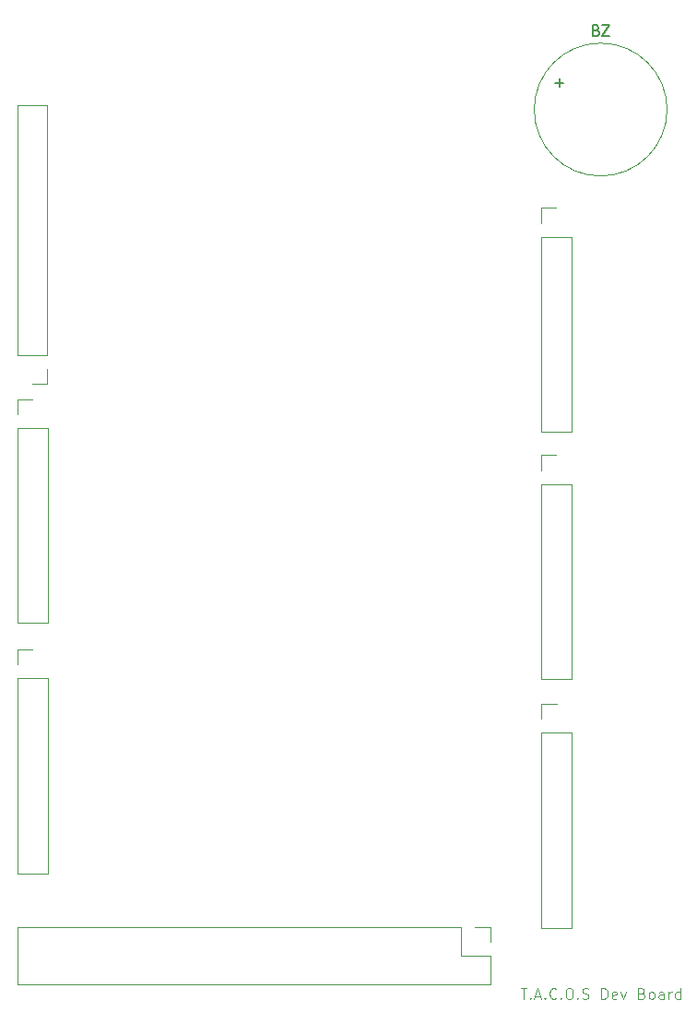
<source format=gbr>
%TF.GenerationSoftware,KiCad,Pcbnew,9.0.4-1.fc42*%
%TF.CreationDate,2025-09-21T19:32:59-04:00*%
%TF.ProjectId,TacosDevBoard,5461636f-7344-4657-9642-6f6172642e6b,1.0*%
%TF.SameCoordinates,Original*%
%TF.FileFunction,Legend,Top*%
%TF.FilePolarity,Positive*%
%FSLAX46Y46*%
G04 Gerber Fmt 4.6, Leading zero omitted, Abs format (unit mm)*
G04 Created by KiCad (PCBNEW 9.0.4-1.fc42) date 2025-09-21 19:32:59*
%MOMM*%
%LPD*%
G01*
G04 APERTURE LIST*
%ADD10C,0.100000*%
%ADD11C,0.150000*%
%ADD12C,0.120000*%
G04 APERTURE END LIST*
D10*
X157844227Y-141137819D02*
X158415655Y-141137819D01*
X158129941Y-142137819D02*
X158129941Y-141137819D01*
X158748989Y-142042580D02*
X158796608Y-142090200D01*
X158796608Y-142090200D02*
X158748989Y-142137819D01*
X158748989Y-142137819D02*
X158701370Y-142090200D01*
X158701370Y-142090200D02*
X158748989Y-142042580D01*
X158748989Y-142042580D02*
X158748989Y-142137819D01*
X159177560Y-141852104D02*
X159653750Y-141852104D01*
X159082322Y-142137819D02*
X159415655Y-141137819D01*
X159415655Y-141137819D02*
X159748988Y-142137819D01*
X160082322Y-142042580D02*
X160129941Y-142090200D01*
X160129941Y-142090200D02*
X160082322Y-142137819D01*
X160082322Y-142137819D02*
X160034703Y-142090200D01*
X160034703Y-142090200D02*
X160082322Y-142042580D01*
X160082322Y-142042580D02*
X160082322Y-142137819D01*
X161129940Y-142042580D02*
X161082321Y-142090200D01*
X161082321Y-142090200D02*
X160939464Y-142137819D01*
X160939464Y-142137819D02*
X160844226Y-142137819D01*
X160844226Y-142137819D02*
X160701369Y-142090200D01*
X160701369Y-142090200D02*
X160606131Y-141994961D01*
X160606131Y-141994961D02*
X160558512Y-141899723D01*
X160558512Y-141899723D02*
X160510893Y-141709247D01*
X160510893Y-141709247D02*
X160510893Y-141566390D01*
X160510893Y-141566390D02*
X160558512Y-141375914D01*
X160558512Y-141375914D02*
X160606131Y-141280676D01*
X160606131Y-141280676D02*
X160701369Y-141185438D01*
X160701369Y-141185438D02*
X160844226Y-141137819D01*
X160844226Y-141137819D02*
X160939464Y-141137819D01*
X160939464Y-141137819D02*
X161082321Y-141185438D01*
X161082321Y-141185438D02*
X161129940Y-141233057D01*
X161558512Y-142042580D02*
X161606131Y-142090200D01*
X161606131Y-142090200D02*
X161558512Y-142137819D01*
X161558512Y-142137819D02*
X161510893Y-142090200D01*
X161510893Y-142090200D02*
X161558512Y-142042580D01*
X161558512Y-142042580D02*
X161558512Y-142137819D01*
X162225178Y-141137819D02*
X162415654Y-141137819D01*
X162415654Y-141137819D02*
X162510892Y-141185438D01*
X162510892Y-141185438D02*
X162606130Y-141280676D01*
X162606130Y-141280676D02*
X162653749Y-141471152D01*
X162653749Y-141471152D02*
X162653749Y-141804485D01*
X162653749Y-141804485D02*
X162606130Y-141994961D01*
X162606130Y-141994961D02*
X162510892Y-142090200D01*
X162510892Y-142090200D02*
X162415654Y-142137819D01*
X162415654Y-142137819D02*
X162225178Y-142137819D01*
X162225178Y-142137819D02*
X162129940Y-142090200D01*
X162129940Y-142090200D02*
X162034702Y-141994961D01*
X162034702Y-141994961D02*
X161987083Y-141804485D01*
X161987083Y-141804485D02*
X161987083Y-141471152D01*
X161987083Y-141471152D02*
X162034702Y-141280676D01*
X162034702Y-141280676D02*
X162129940Y-141185438D01*
X162129940Y-141185438D02*
X162225178Y-141137819D01*
X163082321Y-142042580D02*
X163129940Y-142090200D01*
X163129940Y-142090200D02*
X163082321Y-142137819D01*
X163082321Y-142137819D02*
X163034702Y-142090200D01*
X163034702Y-142090200D02*
X163082321Y-142042580D01*
X163082321Y-142042580D02*
X163082321Y-142137819D01*
X163510892Y-142090200D02*
X163653749Y-142137819D01*
X163653749Y-142137819D02*
X163891844Y-142137819D01*
X163891844Y-142137819D02*
X163987082Y-142090200D01*
X163987082Y-142090200D02*
X164034701Y-142042580D01*
X164034701Y-142042580D02*
X164082320Y-141947342D01*
X164082320Y-141947342D02*
X164082320Y-141852104D01*
X164082320Y-141852104D02*
X164034701Y-141756866D01*
X164034701Y-141756866D02*
X163987082Y-141709247D01*
X163987082Y-141709247D02*
X163891844Y-141661628D01*
X163891844Y-141661628D02*
X163701368Y-141614009D01*
X163701368Y-141614009D02*
X163606130Y-141566390D01*
X163606130Y-141566390D02*
X163558511Y-141518771D01*
X163558511Y-141518771D02*
X163510892Y-141423533D01*
X163510892Y-141423533D02*
X163510892Y-141328295D01*
X163510892Y-141328295D02*
X163558511Y-141233057D01*
X163558511Y-141233057D02*
X163606130Y-141185438D01*
X163606130Y-141185438D02*
X163701368Y-141137819D01*
X163701368Y-141137819D02*
X163939463Y-141137819D01*
X163939463Y-141137819D02*
X164082320Y-141185438D01*
X165272797Y-142137819D02*
X165272797Y-141137819D01*
X165272797Y-141137819D02*
X165510892Y-141137819D01*
X165510892Y-141137819D02*
X165653749Y-141185438D01*
X165653749Y-141185438D02*
X165748987Y-141280676D01*
X165748987Y-141280676D02*
X165796606Y-141375914D01*
X165796606Y-141375914D02*
X165844225Y-141566390D01*
X165844225Y-141566390D02*
X165844225Y-141709247D01*
X165844225Y-141709247D02*
X165796606Y-141899723D01*
X165796606Y-141899723D02*
X165748987Y-141994961D01*
X165748987Y-141994961D02*
X165653749Y-142090200D01*
X165653749Y-142090200D02*
X165510892Y-142137819D01*
X165510892Y-142137819D02*
X165272797Y-142137819D01*
X166653749Y-142090200D02*
X166558511Y-142137819D01*
X166558511Y-142137819D02*
X166368035Y-142137819D01*
X166368035Y-142137819D02*
X166272797Y-142090200D01*
X166272797Y-142090200D02*
X166225178Y-141994961D01*
X166225178Y-141994961D02*
X166225178Y-141614009D01*
X166225178Y-141614009D02*
X166272797Y-141518771D01*
X166272797Y-141518771D02*
X166368035Y-141471152D01*
X166368035Y-141471152D02*
X166558511Y-141471152D01*
X166558511Y-141471152D02*
X166653749Y-141518771D01*
X166653749Y-141518771D02*
X166701368Y-141614009D01*
X166701368Y-141614009D02*
X166701368Y-141709247D01*
X166701368Y-141709247D02*
X166225178Y-141804485D01*
X167034702Y-141471152D02*
X167272797Y-142137819D01*
X167272797Y-142137819D02*
X167510892Y-141471152D01*
X168987083Y-141614009D02*
X169129940Y-141661628D01*
X169129940Y-141661628D02*
X169177559Y-141709247D01*
X169177559Y-141709247D02*
X169225178Y-141804485D01*
X169225178Y-141804485D02*
X169225178Y-141947342D01*
X169225178Y-141947342D02*
X169177559Y-142042580D01*
X169177559Y-142042580D02*
X169129940Y-142090200D01*
X169129940Y-142090200D02*
X169034702Y-142137819D01*
X169034702Y-142137819D02*
X168653750Y-142137819D01*
X168653750Y-142137819D02*
X168653750Y-141137819D01*
X168653750Y-141137819D02*
X168987083Y-141137819D01*
X168987083Y-141137819D02*
X169082321Y-141185438D01*
X169082321Y-141185438D02*
X169129940Y-141233057D01*
X169129940Y-141233057D02*
X169177559Y-141328295D01*
X169177559Y-141328295D02*
X169177559Y-141423533D01*
X169177559Y-141423533D02*
X169129940Y-141518771D01*
X169129940Y-141518771D02*
X169082321Y-141566390D01*
X169082321Y-141566390D02*
X168987083Y-141614009D01*
X168987083Y-141614009D02*
X168653750Y-141614009D01*
X169796607Y-142137819D02*
X169701369Y-142090200D01*
X169701369Y-142090200D02*
X169653750Y-142042580D01*
X169653750Y-142042580D02*
X169606131Y-141947342D01*
X169606131Y-141947342D02*
X169606131Y-141661628D01*
X169606131Y-141661628D02*
X169653750Y-141566390D01*
X169653750Y-141566390D02*
X169701369Y-141518771D01*
X169701369Y-141518771D02*
X169796607Y-141471152D01*
X169796607Y-141471152D02*
X169939464Y-141471152D01*
X169939464Y-141471152D02*
X170034702Y-141518771D01*
X170034702Y-141518771D02*
X170082321Y-141566390D01*
X170082321Y-141566390D02*
X170129940Y-141661628D01*
X170129940Y-141661628D02*
X170129940Y-141947342D01*
X170129940Y-141947342D02*
X170082321Y-142042580D01*
X170082321Y-142042580D02*
X170034702Y-142090200D01*
X170034702Y-142090200D02*
X169939464Y-142137819D01*
X169939464Y-142137819D02*
X169796607Y-142137819D01*
X170987083Y-142137819D02*
X170987083Y-141614009D01*
X170987083Y-141614009D02*
X170939464Y-141518771D01*
X170939464Y-141518771D02*
X170844226Y-141471152D01*
X170844226Y-141471152D02*
X170653750Y-141471152D01*
X170653750Y-141471152D02*
X170558512Y-141518771D01*
X170987083Y-142090200D02*
X170891845Y-142137819D01*
X170891845Y-142137819D02*
X170653750Y-142137819D01*
X170653750Y-142137819D02*
X170558512Y-142090200D01*
X170558512Y-142090200D02*
X170510893Y-141994961D01*
X170510893Y-141994961D02*
X170510893Y-141899723D01*
X170510893Y-141899723D02*
X170558512Y-141804485D01*
X170558512Y-141804485D02*
X170653750Y-141756866D01*
X170653750Y-141756866D02*
X170891845Y-141756866D01*
X170891845Y-141756866D02*
X170987083Y-141709247D01*
X171463274Y-142137819D02*
X171463274Y-141471152D01*
X171463274Y-141661628D02*
X171510893Y-141566390D01*
X171510893Y-141566390D02*
X171558512Y-141518771D01*
X171558512Y-141518771D02*
X171653750Y-141471152D01*
X171653750Y-141471152D02*
X171748988Y-141471152D01*
X172510893Y-142137819D02*
X172510893Y-141137819D01*
X172510893Y-142090200D02*
X172415655Y-142137819D01*
X172415655Y-142137819D02*
X172225179Y-142137819D01*
X172225179Y-142137819D02*
X172129941Y-142090200D01*
X172129941Y-142090200D02*
X172082322Y-142042580D01*
X172082322Y-142042580D02*
X172034703Y-141947342D01*
X172034703Y-141947342D02*
X172034703Y-141661628D01*
X172034703Y-141661628D02*
X172082322Y-141566390D01*
X172082322Y-141566390D02*
X172129941Y-141518771D01*
X172129941Y-141518771D02*
X172225179Y-141471152D01*
X172225179Y-141471152D02*
X172415655Y-141471152D01*
X172415655Y-141471152D02*
X172510893Y-141518771D01*
D11*
X164795238Y-53231009D02*
X164938095Y-53278628D01*
X164938095Y-53278628D02*
X164985714Y-53326247D01*
X164985714Y-53326247D02*
X165033333Y-53421485D01*
X165033333Y-53421485D02*
X165033333Y-53564342D01*
X165033333Y-53564342D02*
X164985714Y-53659580D01*
X164985714Y-53659580D02*
X164938095Y-53707200D01*
X164938095Y-53707200D02*
X164842857Y-53754819D01*
X164842857Y-53754819D02*
X164461905Y-53754819D01*
X164461905Y-53754819D02*
X164461905Y-52754819D01*
X164461905Y-52754819D02*
X164795238Y-52754819D01*
X164795238Y-52754819D02*
X164890476Y-52802438D01*
X164890476Y-52802438D02*
X164938095Y-52850057D01*
X164938095Y-52850057D02*
X164985714Y-52945295D01*
X164985714Y-52945295D02*
X164985714Y-53040533D01*
X164985714Y-53040533D02*
X164938095Y-53135771D01*
X164938095Y-53135771D02*
X164890476Y-53183390D01*
X164890476Y-53183390D02*
X164795238Y-53231009D01*
X164795238Y-53231009D02*
X164461905Y-53231009D01*
X165366667Y-52754819D02*
X166033333Y-52754819D01*
X166033333Y-52754819D02*
X165366667Y-53754819D01*
X165366667Y-53754819D02*
X166033333Y-53754819D01*
X161009048Y-58033866D02*
X161770953Y-58033866D01*
X161390000Y-58414819D02*
X161390000Y-57652914D01*
D12*
%TO.C,J4*%
X111650000Y-110049800D02*
X113030000Y-110049800D01*
X111650000Y-111429800D02*
X111650000Y-110049800D01*
X111650000Y-112699800D02*
X111650000Y-130589800D01*
X111650000Y-112699800D02*
X114410000Y-112699800D01*
X111650000Y-130589800D02*
X114410000Y-130589800D01*
X114410000Y-112699800D02*
X114410000Y-130589800D01*
%TO.C,J1*%
X159757600Y-115053600D02*
X161137600Y-115053600D01*
X159757600Y-116433600D02*
X159757600Y-115053600D01*
X159757600Y-117703600D02*
X159757600Y-135593600D01*
X159757600Y-117703600D02*
X162517600Y-117703600D01*
X159757600Y-135593600D02*
X162517600Y-135593600D01*
X162517600Y-117703600D02*
X162517600Y-135593600D01*
%TO.C,BZ*%
X171300000Y-60500000D02*
G75*
G02*
X159100000Y-60500000I-6100000J0D01*
G01*
X159100000Y-60500000D02*
G75*
G02*
X171300000Y-60500000I6100000J0D01*
G01*
%TO.C,J3*%
X159732200Y-69536800D02*
X161112200Y-69536800D01*
X159732200Y-70916800D02*
X159732200Y-69536800D01*
X159732200Y-72186800D02*
X159732200Y-90076800D01*
X159732200Y-72186800D02*
X162492200Y-72186800D01*
X159732200Y-90076800D02*
X162492200Y-90076800D01*
X162492200Y-72186800D02*
X162492200Y-90076800D01*
%TO.C,J5*%
X111650000Y-87088200D02*
X113030000Y-87088200D01*
X111650000Y-88468200D02*
X111650000Y-87088200D01*
X111650000Y-89738200D02*
X111650000Y-107628200D01*
X111650000Y-89738200D02*
X114410000Y-89738200D01*
X111650000Y-107628200D02*
X114410000Y-107628200D01*
X114410000Y-89738200D02*
X114410000Y-107628200D01*
%TO.C,J2*%
X159732200Y-92219000D02*
X161112200Y-92219000D01*
X159732200Y-93599000D02*
X159732200Y-92219000D01*
X159732200Y-94869000D02*
X159732200Y-112759000D01*
X159732200Y-94869000D02*
X162492200Y-94869000D01*
X159732200Y-112759000D02*
X162492200Y-112759000D01*
X162492200Y-94869000D02*
X162492200Y-112759000D01*
%TO.C,J8*%
X111650000Y-135526000D02*
X111650000Y-140826000D01*
X152400000Y-135526000D02*
X111650000Y-135526000D01*
X152400000Y-135526000D02*
X152400000Y-138176000D01*
X152400000Y-138176000D02*
X155050000Y-138176000D01*
X153670000Y-135526000D02*
X155050000Y-135526000D01*
X155050000Y-135526000D02*
X155050000Y-136906000D01*
X155050000Y-138176000D02*
X155050000Y-140826000D01*
X155050000Y-140826000D02*
X111650000Y-140826000D01*
%TO.C,J9*%
X111624600Y-83032600D02*
X111624600Y-60062600D01*
X114384600Y-60062600D02*
X111624600Y-60062600D01*
X114384600Y-83032600D02*
X111624600Y-83032600D01*
X114384600Y-83032600D02*
X114384600Y-60062600D01*
X114384600Y-84302600D02*
X114384600Y-85682600D01*
X114384600Y-85682600D02*
X113004600Y-85682600D01*
%TD*%
M02*

</source>
